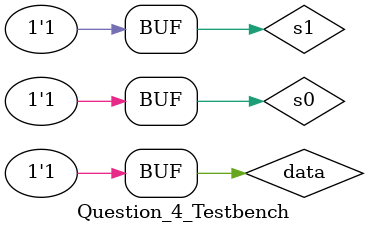
<source format=v>
module Question_4_Testbench();

	reg data;
	reg s0, s1;
	wire a, b, c, d;
	
	Question_4 psichico(.data(data), .s0(s0), .s1(s1), .a(a), .b(b), .c(c), .d(d));
	
	initial begin
	
		#20;
		data = 1;
		#50;
		s0 = 0;
		s1 = 0;
		#50;
		s0 = 0;
		s1 = 1;
		#50;
		s0 = 1;
		s1 = 0;
		#50;
		s0 = 1;
		s1 = 1;
		#50;
		
	end
	
endmodule
</source>
